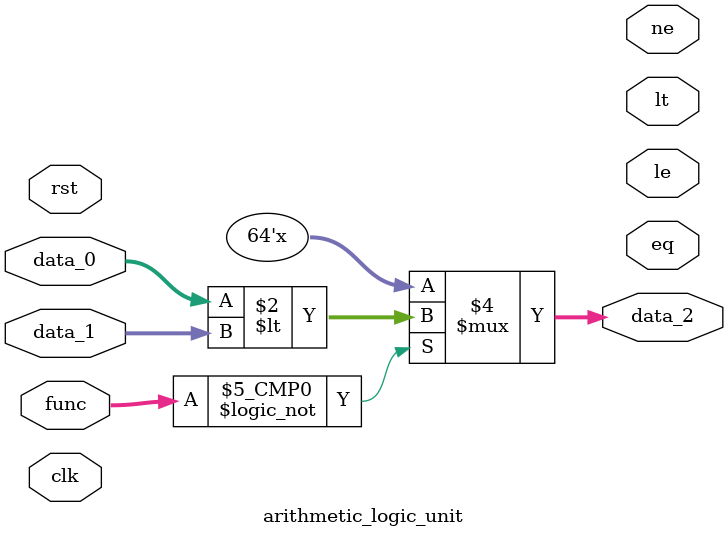
<source format=sv>
module arithmetic_logic_unit
(
    input clk,
    input rst,
    input [3:0] func,
    input [63:0] data_0,
    input [63:0] data_1,
    output logic [63:0] data_2,
    output logic eq,
    output logic ne,
    output logic lt,
    output logic le
);

    // comparisons
    // assign eq = (data_0 == data_1);
    // assign ne = ~eq;
    // assign lt = data_0 < data_1;
    // assign le = lt | eq;
    
    // mathmatical/logical operations
    always_comb begin
        case (func)
            // FUNC__ADD: data_2 = data_0 + data_1;
            // FUNC__SUB: data_2 = data_0 - data_1;
            // FUNC__SLL: data_2 = data_0 << data_1;
            0: data_2 = $signed(data_0) < $signed(data_1);
            // FUNC__SLTU: data_2 = data_0 & data_1;
            // FUNC__XOR: data_2 = data_0 & data_1;
            // FUNC__SRL: data_2 = data_0 & data_1;
            // FUNC__SRA: data_2 = data_0 & data_1;
            // FUNC__OR: data_2 = data_0 & data_1;
            // FUNC__AND: data_2 = data_0 & data_1;
            // FUNC__: data_2 = data_0 & data_1;
            // FUNC__SLL: data_2 = data_0 & data_1;
            // 3'h3: data_2 = data_0 | data_1;
            // 3'h4: data_2 = data_0 ^ data_1;
            // 3'h5: data_2 = data_0 << data_1;
            // 3'h6: data_2 = data_0 >> data_1;
            // 3'h7: data_2 = 8'h00;
        endcase
    end
    

    
    
endmodule

</source>
